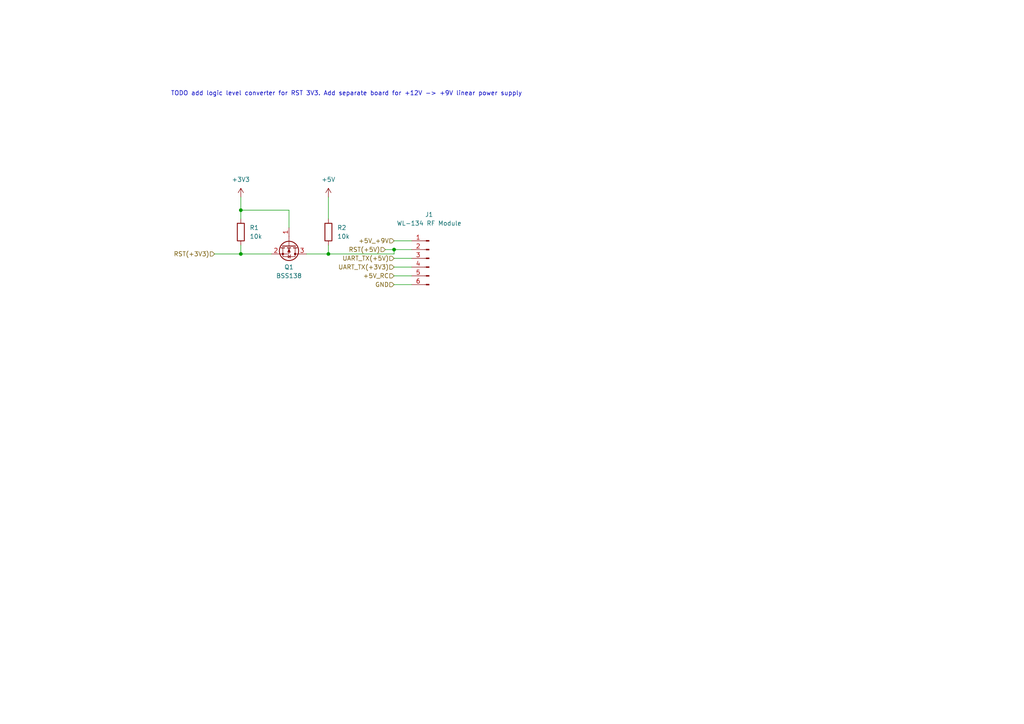
<source format=kicad_sch>
(kicad_sch (version 20230121) (generator eeschema)
  (paper "A4")
  (lib_symbols
    (symbol "Connector:Conn_01x06_Pin" (pin_names (offset 1.016) hide)
      (property "Reference" "J" (at 0 7.62 0))
      (property "Value" "Conn_01x06_Pin" (at 0 -10.16 0))
      (symbol "Conn_01x06_Pin_1_1"
        (polyline (pts (xy 1.27 -7.62) (xy 0.8636 -7.62)) (stroke (width 0.1524)))
        (polyline (pts (xy 1.27 -5.08) (xy 0.8636 -5.08)) (stroke (width 0.1524)))
        (polyline (pts (xy 1.27 -2.54) (xy 0.8636 -2.54)) (stroke (width 0.1524)))
        (polyline (pts (xy 1.27 0) (xy 0.8636 0)) (stroke (width 0.1524)))
        (polyline (pts (xy 1.27 2.54) (xy 0.8636 2.54)) (stroke (width 0.1524)))
        (polyline (pts (xy 1.27 5.08) (xy 0.8636 5.08)) (stroke (width 0.1524)))
        (rectangle (start 0.8636 -7.493) (end 0 -7.747) (stroke (width 0.1524)) (fill (type outline)))
        (rectangle (start 0.8636 -4.953) (end 0 -5.207) (stroke (width 0.1524)) (fill (type outline)))
        (rectangle (start 0.8636 -2.413) (end 0 -2.667) (stroke (width 0.1524)) (fill (type outline)))
        (rectangle (start 0.8636 0.127) (end 0 -0.127) (stroke (width 0.1524)) (fill (type outline)))
        (rectangle (start 0.8636 2.667) (end 0 2.413) (stroke (width 0.1524)) (fill (type outline)))
        (rectangle (start 0.8636 5.207) (end 0 4.953) (stroke (width 0.1524)) (fill (type outline)))
        (pin passive line (at 5.08 5.08 180) (length 3.81) (name "Pin_1") (number "1"))
        (pin passive line (at 5.08 2.54 180) (length 3.81) (name "Pin_2") (number "2"))
        (pin passive line (at 5.08 0 180) (length 3.81) (name "Pin_3") (number "3"))
        (pin passive line (at 5.08 -2.54 180) (length 3.81) (name "Pin_4") (number "4"))
        (pin passive line (at 5.08 -5.08 180) (length 3.81) (name "Pin_5") (number "5"))
        (pin passive line (at 5.08 -7.62 180) (length 3.81) (name "Pin_6") (number "6"))
      )
    )
    (symbol "Device:R" (pin_numbers hide) (pin_names (offset 0))
      (property "Reference" "R" (at 2.032 0 90))
      (property "Value" "R" (at 0 0 90))
      (symbol "R_0_1"
        (rectangle (start -1.016 -2.54) (end 1.016 2.54) (stroke (width 0.254)))
      )
      (symbol "R_1_1"
        (pin passive line (at 0 3.81 270) (length 1.27) (name "~") (number "1"))
        (pin passive line (at 0 -3.81 90) (length 1.27) (name "~") (number "2"))
      )
    )
    (symbol "Transistor_FET:BSS138" (pin_names hide)
      (property "Reference" "Q" (at 5.08 1.905 0))
      (property "Value" "BSS138" (at 5.08 0 0))
      (symbol "BSS138_0_1"
        (polyline (pts (xy 0.254 0) (xy -2.54 0)))
        (polyline (pts (xy 0.254 1.905) (xy 0.254 -1.905)) (stroke (width 0.254)))
        (polyline (pts (xy 0.762 -1.27) (xy 0.762 -2.286)) (stroke (width 0.254)))
        (polyline (pts (xy 0.762 0.508) (xy 0.762 -0.508)) (stroke (width 0.254)))
        (polyline (pts (xy 0.762 2.286) (xy 0.762 1.27)) (stroke (width 0.254)))
        (polyline (pts (xy 2.54 2.54) (xy 2.54 1.778)))
        (polyline (pts (xy 2.54 -2.54) (xy 2.54 0) (xy 0.762 0)))
        (polyline (pts (xy 0.762 -1.778) (xy 3.302 -1.778) (xy 3.302 1.778) (xy 0.762 1.778)))
        (polyline (pts (xy 1.016 0) (xy 2.032 0.381) (xy 2.032 -0.381) (xy 1.016 0)) (fill (type outline)))
        (polyline (pts (xy 2.794 0.508) (xy 2.921 0.381) (xy 3.683 0.381) (xy 3.81 0.254)))
        (polyline (pts (xy 3.302 0.381) (xy 2.921 -0.254) (xy 3.683 -0.254) (xy 3.302 0.381)))
        (circle (center 1.651 0) (radius 2.794) (stroke (width 0.254)))
        (circle (center 2.54 -1.778) (radius 0.254) (fill (type outline)))
        (circle (center 2.54 1.778) (radius 0.254) (fill (type outline)))
      )
      (symbol "BSS138_1_1"
        (pin input line (at -5.08 0 0) (length 2.54) (name "G") (number "1"))
        (pin passive line (at 2.54 -5.08 90) (length 2.54) (name "S") (number "2"))
        (pin passive line (at 2.54 5.08 270) (length 2.54) (name "D") (number "3"))
      )
    )
    (symbol "power:+3V3" (power) (pin_names (offset 0))
      (property "Value" "+3V3" (at 0 3.556 0))
      (symbol "+3V3_0_1"
        (polyline (pts (xy -0.762 1.27) (xy 0 2.54)))
        (polyline (pts (xy 0 0) (xy 0 2.54)))
        (polyline (pts (xy 0 2.54) (xy 0.762 1.27)))
      )
      (symbol "+3V3_1_1"
        (pin power_in line (at 0 0 90) (length 0) hide (name "+3V3") (number "1"))
      )
    )
    (symbol "power:+5V" (power) (pin_names (offset 0))
      (property "Value" "+5V" (at 0 3.556 0))
      (symbol "+5V_0_1"
        (polyline (pts (xy -0.762 1.27) (xy 0 2.54)))
        (polyline (pts (xy 0 0) (xy 0 2.54)))
        (polyline (pts (xy 0 2.54) (xy 0.762 1.27)))
      )
      (symbol "+5V_1_1"
        (pin power_in line (at 0 0 90) (length 0) hide (name "+5V") (number "1"))
      )
    )
  )
  (junction (at 95.25 73.66))
  (junction (at 69.85 73.66))
  (junction (at 69.85 60.96))
  (junction (at 114.3 72.39))
  (wire (pts (xy 69.85 57.15) (xy 69.85 60.96)))
  (wire (pts (xy 114.3 74.93) (xy 119.38 74.93)))
  (wire (pts (xy 114.3 69.85) (xy 119.38 69.85)))
  (wire (pts (xy 114.3 82.55) (xy 119.38 82.55)))
  (wire (pts (xy 88.9 73.66) (xy 95.25 73.66)))
  (wire (pts (xy 83.82 60.96) (xy 69.85 60.96)))
  (wire (pts (xy 95.25 73.66) (xy 114.3 73.66)))
  (wire (pts (xy 114.3 73.66) (xy 114.3 72.39)))
  (wire (pts (xy 69.85 73.66) (xy 78.74 73.66)))
  (wire (pts (xy 95.25 57.15) (xy 95.25 63.5)))
  (wire (pts (xy 114.3 80.01) (xy 119.38 80.01)))
  (wire (pts (xy 83.82 66.04) (xy 83.82 60.96)))
  (wire (pts (xy 69.85 71.12) (xy 69.85 73.66)))
  (wire (pts (xy 62.23 73.66) (xy 69.85 73.66)))
  (wire (pts (xy 114.3 77.47) (xy 119.38 77.47)))
  (wire (pts (xy 95.25 73.66) (xy 95.25 71.12)))
  (wire (pts (xy 114.3 72.39) (xy 119.38 72.39)))
  (wire (pts (xy 111.76 72.39) (xy 114.3 72.39)))
  (wire (pts (xy 69.85 60.96) (xy 69.85 63.5)))
  (text "TODO add logic level converter for RST 3V3. Add separate board for +12V -> +9V linear power supply" (at 49.53 27.94 0) (effects (font (size 1.27 1.27)) (justify left bottom)))
  (hierarchical_label "RST(+5V)" (shape input) (at 111.76 72.39 180))
  (hierarchical_label "+5V_+9V" (shape input) (at 114.3 69.85 180))
  (hierarchical_label "UART_TX(+3V3)" (shape input) (at 114.3 77.47 180))
  (hierarchical_label "RST(+3V3)" (shape input) (at 62.23 73.66 180))
  (hierarchical_label "GND" (shape input) (at 114.3 82.55 180))
  (hierarchical_label "+5V_RC" (shape input) (at 114.3 80.01 180))
  (hierarchical_label "UART_TX(+5V)" (shape input) (at 114.3 74.93 180))
  (symbol (lib_id "Connector:Conn_01x06_Pin") (at 124.46 74.93 0) (mirror y) (unit 1)
    (property "Reference" "J1" (at 124.46 62.23 0))
    (property "Value" "WL-134 RF Module" (at 124.46 64.77 0))
    (property "Footprint" "Connector_PinHeader_2.54mm:PinHeader_1x04_P2.54mm_Vertical" (effects hide))
  )
  (symbol (lib_id "Device:R") (at 95.25 67.31 0) (unit 1)
    (property "Reference" "R2" (at 97.79 66.04 0) (effects (justify left)))
    (property "Value" "10k" (at 97.79 68.58 0) (effects (justify left)))
    (property "Footprint" "Resistor_SMD:R_0603_1608Metric_Pad0.98x0.95mm_HandSolder" (effects hide))
  )
  (symbol (lib_id "Transistor_FET:BSS138") (at 83.82 71.12 270) (unit 1)
    (property "Reference" "Q1" (at 83.82 77.47 90))
    (property "Value" "BSS138" (at 83.82 80.01 90))
    (property "Footprint" "Package_TO_SOT_SMD:SOT-23" (effects hide))
    (property "Datasheet" "https://www.onsemi.com/pub/Collateral/BSS138-D.PDF" (effects hide))
  )
  (symbol (lib_id "power:+5V") (at 95.25 57.15 0) (unit 1)
    (property "Reference" "#PWR09" (effects hide))
    (property "Value" "+5V" (at 95.25 52.07 0))
  )
  (symbol (lib_id "Device:R") (at 69.85 67.31 0) (unit 1)
    (property "Reference" "R1" (at 72.39 66.04 0) (effects (justify left)))
    (property "Value" "10k" (at 72.39 68.58 0) (effects (justify left)))
    (property "Footprint" "Resistor_SMD:R_0603_1608Metric_Pad0.98x0.95mm_HandSolder" (effects hide))
  )
  (symbol (lib_id "power:+3V3") (at 69.85 57.15 0) (unit 1)
    (property "Reference" "#PWR08" (effects hide))
    (property "Value" "+3V3" (at 69.85 52.07 0))
  )
)
</source>
